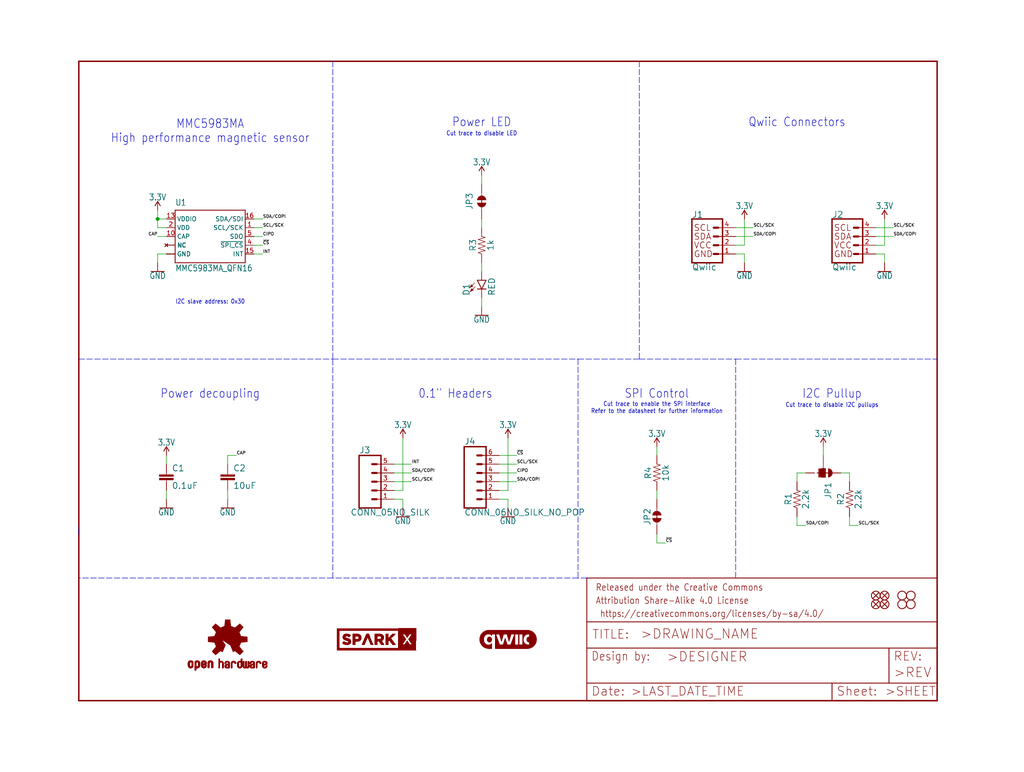
<source format=kicad_sch>
(kicad_sch (version 20211123) (generator eeschema)
  (paper "User" 297.002 223.926)
  (lib_symbols
    (symbol "eagleSchem-eagle-import:0.1UF-0603-25V-(+80{slash}-20%)"
      (property "Reference" "C" (at 1.524 2.921 0))
      (property "Value" "0.1UF-0603-25V-(+80{slash}-20%)" (at 1.524 -2.159 0))
      (symbol "0.1UF-0603-25V-(+80{slash}-20%)_1_0"
        (pin passive line (at 0 5.08 270) (length 2.54) (name "1") (number "1"))
        (pin passive line (at 0 -2.54 90) (length 2.54) (name "2") (number "2"))
      )
    )
    (symbol "eagleSchem-eagle-import:10KOHM-0603-1{slash}10W-1%"
      (property "Reference" "R" (at 0 1.524 0))
      (property "Value" "10KOHM-0603-1{slash}10W-1%" (at 0 -1.524 0))
      (symbol "10KOHM-0603-1{slash}10W-1%_1_0"
        (pin passive line (at -5.08 0 0) (length 2.54) (name "1") (number "1"))
        (pin passive line (at 5.08 0 180) (length 2.54) (name "2") (number "2"))
      )
    )
    (symbol "eagleSchem-eagle-import:10UF-0603-6.3V-20%"
      (property "Reference" "C" (at 1.524 2.921 0))
      (property "Value" "10UF-0603-6.3V-20%" (at 1.524 -2.159 0))
      (symbol "10UF-0603-6.3V-20%_1_0"
        (pin passive line (at 0 5.08 270) (length 2.54) (name "1") (number "1"))
        (pin passive line (at 0 -2.54 90) (length 2.54) (name "2") (number "2"))
      )
    )
    (symbol "eagleSchem-eagle-import:1KOHM-0603-1{slash}10W-1%"
      (property "Reference" "R" (at 0 1.524 0))
      (property "Value" "1KOHM-0603-1{slash}10W-1%" (at 0 -1.524 0))
      (symbol "1KOHM-0603-1{slash}10W-1%_1_0"
        (pin passive line (at -5.08 0 0) (length 2.54) (name "1") (number "1"))
        (pin passive line (at 5.08 0 180) (length 2.54) (name "2") (number "2"))
      )
    )
    (symbol "eagleSchem-eagle-import:2.2KOHM-0603-1{slash}10W-1%"
      (property "Reference" "R" (at 0 1.524 0))
      (property "Value" "2.2KOHM-0603-1{slash}10W-1%" (at 0 -1.524 0))
      (symbol "2.2KOHM-0603-1{slash}10W-1%_1_0"
        (pin passive line (at -5.08 0 0) (length 2.54) (name "1") (number "1"))
        (pin passive line (at 5.08 0 180) (length 2.54) (name "2") (number "2"))
      )
    )
    (symbol "eagleSchem-eagle-import:3.3V" (power)
      (property "Value" "3.3V" (at 0 2.794 0))
      (symbol "3.3V_1_0"
        (pin power_in line (at 0 0 90) (length 2.54) (name "3.3V") (number "1"))
      )
    )
    (symbol "eagleSchem-eagle-import:CONN_05NO_SILK"
      (property "Reference" "J" (at -2.54 8.128 0))
      (property "Value" "CONN_05NO_SILK" (at -2.54 -9.906 0))
      (symbol "CONN_05NO_SILK_1_0"
        (pin passive line (at 7.62 -5.08 180) (length 5.08) (name "1") (number "1"))
        (pin passive line (at 7.62 -2.54 180) (length 5.08) (name "2") (number "2"))
        (pin passive line (at 7.62 0 180) (length 5.08) (name "3") (number "3"))
        (pin passive line (at 7.62 2.54 180) (length 5.08) (name "4") (number "4"))
        (pin passive line (at 7.62 5.08 180) (length 5.08) (name "5") (number "5"))
      )
    )
    (symbol "eagleSchem-eagle-import:CONN_06NO_SILK_NO_POP"
      (property "Reference" "J" (at -5.08 10.668 0))
      (property "Value" "CONN_06NO_SILK_NO_POP" (at -5.08 -9.906 0))
      (symbol "CONN_06NO_SILK_NO_POP_1_0"
        (pin passive line (at 5.08 -5.08 180) (length 5.08) (name "1") (number "1"))
        (pin passive line (at 5.08 -2.54 180) (length 5.08) (name "2") (number "2"))
        (pin passive line (at 5.08 0 180) (length 5.08) (name "3") (number "3"))
        (pin passive line (at 5.08 2.54 180) (length 5.08) (name "4") (number "4"))
        (pin passive line (at 5.08 5.08 180) (length 5.08) (name "5") (number "5"))
        (pin passive line (at 5.08 7.62 180) (length 5.08) (name "6") (number "6"))
      )
    )
    (symbol "eagleSchem-eagle-import:FIDUCIAL1X2")
    (symbol "eagleSchem-eagle-import:FRAME-LETTERNO_PACKAGE"
      (symbol "FRAME-LETTERNO_PACKAGE_2_0"
        (text " https://creativecommons.org/licenses/by-sa/4.0/" (at 2.54 24.13 0) (effects (font (size 1.9304 1.6408)) (justify left bottom)))
        (text ">DESIGNER" (at 23.114 11.176 0) (effects (font (size 2.7432 2.7432)) (justify left bottom)))
        (text ">DRAWING_NAME" (at 15.494 17.78 0) (effects (font (size 2.7432 2.7432)) (justify left bottom)))
        (text ">LAST_DATE_TIME" (at 12.7 1.27 0) (effects (font (size 2.54 2.54)) (justify left bottom)))
        (text ">REV" (at 88.9 6.604 0) (effects (font (size 2.7432 2.7432)) (justify left bottom)))
        (text ">SHEET" (at 86.36 1.27 0) (effects (font (size 2.54 2.54)) (justify left bottom)))
        (text "Attribution Share-Alike 4.0 License" (at 2.54 27.94 0) (effects (font (size 1.9304 1.6408)) (justify left bottom)))
        (text "Date:" (at 1.27 1.27 0) (effects (font (size 2.54 2.54)) (justify left bottom)))
        (text "Design by:" (at 1.27 11.43 0) (effects (font (size 2.54 2.159)) (justify left bottom)))
        (text "Released under the Creative Commons" (at 2.54 31.75 0) (effects (font (size 1.9304 1.6408)) (justify left bottom)))
        (text "REV:" (at 88.9 11.43 0) (effects (font (size 2.54 2.54)) (justify left bottom)))
        (text "Sheet:" (at 72.39 1.27 0) (effects (font (size 2.54 2.54)) (justify left bottom)))
        (text "TITLE:" (at 1.524 17.78 0) (effects (font (size 2.54 2.54)) (justify left bottom)))
      )
    )
    (symbol "eagleSchem-eagle-import:GND" (power)
      (property "Value" "GND" (at 0 -0.254 0))
      (symbol "GND_1_0"
        (pin power_in line (at 0 2.54 270) (length 2.54) (name "GND") (number "1"))
      )
    )
    (symbol "eagleSchem-eagle-import:JUMPER-SMT_2_NC_TRACE_SILK"
      (property "Reference" "JP" (at 0 3.048 0))
      (property "Value" "JUMPER-SMT_2_NC_TRACE_SILK" (at 0 -3.048 0))
      (symbol "JUMPER-SMT_2_NC_TRACE_SILK_1_0"
        (pin passive line (at -5.08 0 0) (length 2.54) (name "1") (number "1"))
        (pin passive line (at 5.08 0 180) (length 2.54) (name "2") (number "2"))
      )
    )
    (symbol "eagleSchem-eagle-import:JUMPER-SMT_3_2-NC_TRACE_SILK"
      (property "Reference" "JP" (at 6.096 1.524 0))
      (property "Value" "JUMPER-SMT_3_2-NC_TRACE_SILK" (at 6.858 -1.524 0))
      (symbol "JUMPER-SMT_3_2-NC_TRACE_SILK_1_0"
        (pin passive line (at 0 5.08 270) (length 2.54) (name "1") (number "1"))
        (pin passive line (at -5.08 0 0) (length 2.54) (name "2") (number "2"))
        (pin passive line (at 0 -5.08 90) (length 2.54) (name "3") (number "3"))
      )
    )
    (symbol "eagleSchem-eagle-import:LED-RED0603"
      (property "Reference" "D" (at -3.429 -4.572 90))
      (property "Value" "LED-RED0603" (at 1.905 -4.572 90))
      (symbol "LED-RED0603_1_0"
        (pin passive line (at 0 2.54 270) (length 2.54) (name "A") (number "A"))
        (pin passive line (at 0 -5.08 90) (length 2.54) (name "C") (number "C"))
      )
    )
    (symbol "eagleSchem-eagle-import:MMC5983MA_QFN16"
      (property "Reference" "U" (at 0 16.51 0))
      (property "Value" "MMC5983MA_QFN16" (at 0 -2.54 0))
      (symbol "MMC5983MA_QFN16_1_0"
        (pin bidirectional line (at 22.86 10.16 180) (length 2.54) (name "SCL/SCK") (number "1"))
        (pin passive line (at -2.54 7.62 0) (length 2.54) (name "CAP") (number "10"))
        (pin power_in line (at -2.54 2.54 0) (length 2.54) (name "GND") (number "11"))
        (pin no_connect line (at -2.54 5.08 0) (length 2.54) (name "NC") (number "12"))
        (pin power_in line (at -2.54 12.7 0) (length 2.54) (name "VDDIO") (number "13"))
        (pin no_connect line (at -2.54 5.08 0) (length 2.54) (name "NC") (number "14"))
        (pin output line (at 22.86 2.54 180) (length 2.54) (name "INT") (number "15"))
        (pin bidirectional line (at 22.86 12.7 180) (length 2.54) (name "SDA/SDI") (number "16"))
        (pin power_in line (at -2.54 10.16 0) (length 2.54) (name "VDD") (number "2"))
        (pin no_connect line (at -2.54 5.08 0) (length 2.54) (name "NC") (number "3"))
        (pin input line (at 22.86 5.08 180) (length 2.54) (name "~{SPI_CS}") (number "4"))
        (pin output line (at 22.86 7.62 180) (length 2.54) (name "SDO") (number "5"))
        (pin no_connect line (at -2.54 5.08 0) (length 2.54) (name "NC") (number "6"))
        (pin no_connect line (at -2.54 5.08 0) (length 2.54) (name "NC") (number "7"))
        (pin no_connect line (at -2.54 5.08 0) (length 2.54) (name "NC") (number "8"))
        (pin power_in line (at -2.54 2.54 0) (length 2.54) (name "GND") (number "9"))
      )
    )
    (symbol "eagleSchem-eagle-import:OSHW-LOGOMINI")
    (symbol "eagleSchem-eagle-import:QWIIC_CONNECTORJS-1MM"
      (property "Reference" "J" (at -5.08 7.874 0))
      (property "Value" "QWIIC_CONNECTORJS-1MM" (at -5.08 -5.334 0))
      (symbol "QWIIC_CONNECTORJS-1MM_1_0"
        (text "GND" (at -4.572 -2.54 0) (effects (font (size 1.778 1.778)) (justify left)))
        (text "SCL" (at -4.572 5.08 0) (effects (font (size 1.778 1.778)) (justify left)))
        (text "SDA" (at -4.572 2.54 0) (effects (font (size 1.778 1.778)) (justify left)))
        (text "VCC" (at -4.572 0 0) (effects (font (size 1.778 1.778)) (justify left)))
        (pin power_in line (at 7.62 -2.54 180) (length 5.08) (name "1") (number "1"))
        (pin power_in line (at 7.62 0 180) (length 5.08) (name "2") (number "2"))
        (pin passive line (at 7.62 2.54 180) (length 5.08) (name "3") (number "3"))
        (pin passive line (at 7.62 5.08 180) (length 5.08) (name "4") (number "4"))
      )
    )
    (symbol "eagleSchem-eagle-import:QWIIC_LOGO_5MM")
    (symbol "eagleSchem-eagle-import:SPARKX-LOGO2")
    (symbol "eagleSchem-eagle-import:SPARKX-LOGO3")
    (symbol "eagleSchem-eagle-import:STAND-OFF")
  )
  (junction (at 45.72 63.5))
  (wire (pts (xy 116.84 144.78) (xy 116.84 147.32)))
  (polyline (pts (xy 167.64 104.14) (xy 185.42 104.14)))
  (wire (pts (xy 246.38 137.16) (xy 246.38 139.7)))
  (wire (pts (xy 45.72 66.04) (xy 45.72 63.5)))
  (wire (pts (xy 66.04 134.62) (xy 66.04 132.08)))
  (wire (pts (xy 213.36 66.04) (xy 218.44 66.04)))
  (wire (pts (xy 190.5 154.94) (xy 190.5 157.48)))
  (wire (pts (xy 66.04 142.24) (xy 66.04 144.78)))
  (wire (pts (xy 144.78 132.08) (xy 149.86 132.08)))
  (wire (pts (xy 114.3 142.24) (xy 116.84 142.24)))
  (wire (pts (xy 246.38 149.86) (xy 246.38 152.4)))
  (wire (pts (xy 114.3 144.78) (xy 116.84 144.78)))
  (polyline (pts (xy 167.64 104.14) (xy 167.64 167.64)))
  (wire (pts (xy 73.66 63.5) (xy 76.2 63.5)))
  (wire (pts (xy 254 73.66) (xy 256.54 73.66)))
  (wire (pts (xy 254 68.58) (xy 259.08 68.58)))
  (wire (pts (xy 231.14 149.86) (xy 231.14 152.4)))
  (wire (pts (xy 66.04 132.08) (xy 68.58 132.08)))
  (wire (pts (xy 144.78 134.62) (xy 149.86 134.62)))
  (wire (pts (xy 231.14 137.16) (xy 231.14 139.7)))
  (wire (pts (xy 48.26 68.58) (xy 45.72 68.58)))
  (polyline (pts (xy 96.52 167.64) (xy 96.52 104.14)))
  (polyline (pts (xy 96.52 17.78) (xy 96.52 104.14)))
  (wire (pts (xy 139.7 63.5) (xy 139.7 66.04)))
  (wire (pts (xy 144.78 144.78) (xy 147.32 144.78)))
  (polyline (pts (xy 213.36 104.14) (xy 213.36 167.64)))
  (polyline (pts (xy 22.86 104.14) (xy 96.52 104.14)))
  (wire (pts (xy 144.78 139.7) (xy 149.86 139.7)))
  (wire (pts (xy 139.7 86.36) (xy 139.7 88.9)))
  (wire (pts (xy 139.7 76.2) (xy 139.7 78.74)))
  (polyline (pts (xy 96.52 104.14) (xy 167.64 104.14)))
  (wire (pts (xy 45.72 73.66) (xy 48.26 73.66)))
  (wire (pts (xy 144.78 142.24) (xy 147.32 142.24)))
  (wire (pts (xy 73.66 66.04) (xy 76.2 66.04)))
  (wire (pts (xy 243.84 137.16) (xy 246.38 137.16)))
  (wire (pts (xy 116.84 142.24) (xy 116.84 127)))
  (wire (pts (xy 114.3 139.7) (xy 119.38 139.7)))
  (wire (pts (xy 215.9 73.66) (xy 215.9 76.2)))
  (polyline (pts (xy 96.52 167.64) (xy 22.86 167.64)))
  (wire (pts (xy 147.32 144.78) (xy 147.32 147.32)))
  (wire (pts (xy 256.54 71.12) (xy 256.54 63.5)))
  (wire (pts (xy 139.7 50.8) (xy 139.7 53.34)))
  (wire (pts (xy 254 71.12) (xy 256.54 71.12)))
  (wire (pts (xy 45.72 63.5) (xy 48.26 63.5)))
  (polyline (pts (xy 213.36 104.14) (xy 271.78 104.14)))
  (wire (pts (xy 238.76 129.54) (xy 238.76 132.08)))
  (polyline (pts (xy 185.42 104.14) (xy 213.36 104.14)))
  (wire (pts (xy 73.66 71.12) (xy 76.2 71.12)))
  (wire (pts (xy 215.9 71.12) (xy 215.9 63.5)))
  (wire (pts (xy 231.14 152.4) (xy 233.68 152.4)))
  (wire (pts (xy 213.36 68.58) (xy 218.44 68.58)))
  (wire (pts (xy 190.5 142.24) (xy 190.5 144.78)))
  (polyline (pts (xy 167.64 167.64) (xy 96.52 167.64)))
  (wire (pts (xy 213.36 71.12) (xy 215.9 71.12)))
  (polyline (pts (xy 22.86 154.94) (xy 22.86 152.4)))
  (wire (pts (xy 190.5 157.48) (xy 193.04 157.48)))
  (wire (pts (xy 256.54 73.66) (xy 256.54 76.2)))
  (wire (pts (xy 254 66.04) (xy 259.08 66.04)))
  (wire (pts (xy 144.78 137.16) (xy 149.86 137.16)))
  (wire (pts (xy 45.72 73.66) (xy 45.72 76.2)))
  (wire (pts (xy 190.5 129.54) (xy 190.5 132.08)))
  (wire (pts (xy 48.26 142.24) (xy 48.26 144.78)))
  (wire (pts (xy 213.36 73.66) (xy 215.9 73.66)))
  (wire (pts (xy 48.26 66.04) (xy 45.72 66.04)))
  (wire (pts (xy 147.32 142.24) (xy 147.32 127)))
  (wire (pts (xy 114.3 137.16) (xy 119.38 137.16)))
  (polyline (pts (xy 185.42 17.78) (xy 185.42 104.14)))
  (wire (pts (xy 73.66 73.66) (xy 76.2 73.66)))
  (wire (pts (xy 233.68 137.16) (xy 231.14 137.16)))
  (polyline (pts (xy 170.18 167.64) (xy 167.64 167.64)))
  (wire (pts (xy 45.72 60.96) (xy 45.72 63.5)))
  (wire (pts (xy 48.26 134.62) (xy 48.26 132.08)))
  (wire (pts (xy 73.66 68.58) (xy 76.2 68.58)))
  (wire (pts (xy 246.38 152.4) (xy 248.92 152.4)))
  (wire (pts (xy 114.3 134.62) (xy 119.38 134.62)))
  (text "Power LED" (at 139.7 35.56 180) (effects (font (size 2.54 2.159))))
  (text "Cut trace to disable LED" (at 139.7 38.1 180) (effects (font (size 1.27 1.0795)) (justify top)))
  (text "I2C slave address: 0x30" (at 60.96 87.63 180) (effects (font (size 1.27 1.0795))))
  (text "Qwiic Connectors" (at 231.14 35.56 180) (effects (font (size 2.54 2.159))))
  (text "I2C Pullup" (at 241.3 114.3 180) (effects (font (size 2.54 2.159))))
  (text "Power decoupling" (at 60.96 114.3 180) (effects (font (size 2.54 2.159))))
  (text "MMC5983MA\nHigh performance magnetic sensor" (at 60.96 38.1 180) (effects (font (size 2.54 2.159))))
  (text "SPI Control" (at 190.5 114.3 180) (effects (font (size 2.54 2.159))))
  (text "Cut trace to disable I2C pullups" (at 241.3 116.84 180) (effects (font (size 1.27 1.0795)) (justify top)))
  (text "0.1\" Headers" (at 132.08 114.3 180) (effects (font (size 2.54 2.159))))
  (text "Cut trace to enable the SPI interface\nRefer to the datasheet for further information" (at 190.5 116.586 180) (effects (font (size 1.27 1.0795)) (justify top)))
  (label "~{CS}" (at 149.86 132.08 0) (effects (font (size 0.889 0.889))))
  (label "SCL/SCK" (at 119.38 139.7 0) (effects (font (size 0.889 0.889))))
  (label "~{CS}" (at 193.04 157.48 0) (effects (font (size 0.889 0.889))))
  (label "SDA/COPI" (at 218.44 68.58 0) (effects (font (size 0.889 0.889))))
  (label "SCL/SCK" (at 259.08 66.04 0) (effects (font (size 0.889 0.889))))
  (label "~{CS}" (at 76.2 71.12 0) (effects (font (size 0.889 0.889))))
  (label "SDA/COPI" (at 233.68 152.4 0) (effects (font (size 0.889 0.889))))
  (label "CIPO" (at 76.2 68.58 0) (effects (font (size 0.889 0.889))))
  (label "SDA/COPI" (at 149.86 139.7 0) (effects (font (size 0.889 0.889))))
  (label "INT" (at 119.38 134.62 0) (effects (font (size 0.889 0.889))))
  (label "INT" (at 76.2 73.66 0) (effects (font (size 0.889 0.889))))
  (label "SCL/SCK" (at 218.44 66.04 0) (effects (font (size 0.889 0.889))))
  (label "SCL/SCK" (at 149.86 134.62 0) (effects (font (size 0.889 0.889))))
  (label "SCL/SCK" (at 248.92 152.4 0) (effects (font (size 0.889 0.889))))
  (label "SDA/COPI" (at 76.2 63.5 0) (effects (font (size 0.889 0.889))))
  (label "CAP" (at 45.72 68.58 180) (effects (font (size 0.889 0.889))))
  (label "CIPO" (at 149.86 137.16 0) (effects (font (size 0.889 0.889))))
  (label "SCL/SCK" (at 76.2 66.04 0) (effects (font (size 0.889 0.889))))
  (label "SDA/COPI" (at 119.38 137.16 0) (effects (font (size 0.889 0.889))))
  (label "SDA/COPI" (at 259.08 68.58 0) (effects (font (size 0.889 0.889))))
  (label "CAP" (at 68.58 132.08 0) (effects (font (size 0.889 0.889))))
  (symbol (lib_id "eagleSchem-eagle-import:2.2KOHM-0603-1{slash}10W-1%") (at 231.14 144.78 90) (unit 1)
    (property "Reference" "R1" (at 229.616 144.78 0) (effects (font (size 1.778 1.778)) (justify bottom)))
    (property "Value" "2.2k" (at 232.664 144.78 0) (effects (font (size 1.778 1.778)) (justify top)))
    (property "Footprint" "eagleSchem:0603" (effects hide))
  )
  (symbol (lib_id "eagleSchem-eagle-import:CONN_06NO_SILK_NO_POP") (at 139.7 139.7 0) (unit 1)
    (property "Reference" "J4" (at 134.62 129.032 0) (effects (font (size 1.778 1.778)) (justify left bottom)))
    (property "Value" "CONN_06NO_SILK_NO_POP" (at 134.62 149.606 0) (effects (font (size 1.778 1.778)) (justify left bottom)))
    (property "Footprint" "eagleSchem:1X06_NO_SILK" (effects hide))
  )
  (symbol (lib_id "eagleSchem-eagle-import:GND") (at 66.04 147.32 0) (unit 1)
    (property "Reference" "#GND4" (effects hide))
    (property "Value" "GND" (at 66.04 147.574 0) (effects (font (size 1.778 1.5113)) (justify top)))
    (property "Footprint" "eagleSchem:" (effects hide))
  )
  (symbol (lib_id "eagleSchem-eagle-import:3.3V") (at 147.32 127 0) (unit 1)
    (property "Reference" "#SUPPLY9" (effects hide))
    (property "Value" "3.3V" (at 147.32 124.206 0) (effects (font (size 1.778 1.5113)) (justify bottom)))
    (property "Footprint" "eagleSchem:" (effects hide))
  )
  (symbol (lib_id "eagleSchem-eagle-import:GND") (at 116.84 149.86 0) (unit 1)
    (property "Reference" "#GND6" (effects hide))
    (property "Value" "GND" (at 116.84 150.114 0) (effects (font (size 1.778 1.5113)) (justify top)))
    (property "Footprint" "eagleSchem:" (effects hide))
  )
  (symbol (lib_id "eagleSchem-eagle-import:3.3V") (at 215.9 63.5 0) (unit 1)
    (property "Reference" "#SUPPLY4" (effects hide))
    (property "Value" "3.3V" (at 215.9 60.706 0) (effects (font (size 1.778 1.5113)) (justify bottom)))
    (property "Footprint" "eagleSchem:" (effects hide))
  )
  (symbol (lib_id "eagleSchem-eagle-import:LED-RED0603") (at 139.7 81.28 0) (unit 1)
    (property "Reference" "D1" (at 136.271 85.852 90) (effects (font (size 1.778 1.778)) (justify left bottom)))
    (property "Value" "RED" (at 141.605 85.852 90) (effects (font (size 1.778 1.778)) (justify left top)))
    (property "Footprint" "eagleSchem:LED-0603" (effects hide))
  )
  (symbol (lib_id "eagleSchem-eagle-import:1KOHM-0603-1{slash}10W-1%") (at 139.7 71.12 90) (unit 1)
    (property "Reference" "R3" (at 138.176 71.12 0) (effects (font (size 1.778 1.778)) (justify bottom)))
    (property "Value" "1k" (at 141.224 71.12 0) (effects (font (size 1.778 1.778)) (justify top)))
    (property "Footprint" "eagleSchem:0603" (effects hide))
  )
  (symbol (lib_id "eagleSchem-eagle-import:QWIIC_CONNECTORJS-1MM") (at 246.38 71.12 0) (unit 1)
    (property "Reference" "J2" (at 241.3 63.246 0) (effects (font (size 1.778 1.778)) (justify left bottom)))
    (property "Value" "Qwiic" (at 241.3 76.454 0) (effects (font (size 1.778 1.778)) (justify left top)))
    (property "Footprint" "eagleSchem:JST04_1MM_RA" (effects hide))
  )
  (symbol (lib_id "eagleSchem-eagle-import:OSHW-LOGOMINI") (at 66.04 185.42 0) (unit 1)
    (property "Reference" "LOGO1" (effects hide))
    (property "Value" "OSHW-LOGOMINI" (effects hide))
    (property "Footprint" "eagleSchem:OSHW-LOGO-MINI" (effects hide))
  )
  (symbol (lib_id "eagleSchem-eagle-import:JUMPER-SMT_2_NC_TRACE_SILK") (at 190.5 149.86 90) (unit 1)
    (property "Reference" "JP2" (at 187.706 149.86 0) (effects (font (size 1.778 1.778))))
    (property "Value" "JUMPER-SMT_2_NC_TRACE_SILK" (effects hide))
    (property "Footprint" "eagleSchem:SMT-JUMPER_2_NC_TRACE_SILK" (effects hide))
  )
  (symbol (lib_id "eagleSchem-eagle-import:QWIIC_LOGO_5MM") (at 147.32 185.42 0) (unit 1)
    (property "Reference" "LOGO2" (effects hide))
    (property "Value" "QWIIC_LOGO_5MM" (effects hide))
    (property "Footprint" "eagleSchem:QWIIC_5MM" (effects hide))
  )
  (symbol (lib_id "eagleSchem-eagle-import:STAND-OFF") (at 264.16 175.26 0) (unit 1)
    (property "Reference" "H2" (effects hide))
    (property "Value" "STAND-OFF" (effects hide))
    (property "Footprint" "eagleSchem:STAND-OFF" (effects hide))
  )
  (symbol (lib_id "eagleSchem-eagle-import:3.3V") (at 139.7 50.8 0) (unit 1)
    (property "Reference" "#SUPPLY7" (effects hide))
    (property "Value" "3.3V" (at 139.7 48.006 0) (effects (font (size 1.778 1.5113)) (justify bottom)))
    (property "Footprint" "eagleSchem:" (effects hide))
  )
  (symbol (lib_id "eagleSchem-eagle-import:10UF-0603-6.3V-20%") (at 66.04 139.7 0) (unit 1)
    (property "Reference" "C2" (at 67.564 136.779 0) (effects (font (size 1.778 1.778)) (justify left bottom)))
    (property "Value" "10uF" (at 67.564 141.859 0) (effects (font (size 1.778 1.778)) (justify left bottom)))
    (property "Footprint" "eagleSchem:0603" (effects hide))
  )
  (symbol (lib_id "eagleSchem-eagle-import:MMC5983MA_QFN16") (at 50.8 76.2 0) (unit 1)
    (property "Reference" "U1" (at 50.8 59.69 0) (effects (font (size 1.778 1.5113)) (justify left bottom)))
    (property "Value" "MMC5983MA_QFN16" (at 50.8 78.74 0) (effects (font (size 1.778 1.5113)) (justify left bottom)))
    (property "Footprint" "eagleSchem:LGA-16-3X3MM-4X4PINS" (effects hide))
  )
  (symbol (lib_id "eagleSchem-eagle-import:JUMPER-SMT_3_2-NC_TRACE_SILK") (at 238.76 137.16 270) (unit 1)
    (property "Reference" "JP1" (at 239.141 139.7 0) (effects (font (size 1.778 1.778)) (justify left bottom)))
    (property "Value" "JUMPER-SMT_3_2-NC_TRACE_SILK" (effects hide))
    (property "Footprint" "eagleSchem:SMT-JUMPER_3_2-NC_TRACE_SILK" (effects hide))
  )
  (symbol (lib_id "eagleSchem-eagle-import:STAND-OFF") (at 264.16 172.72 0) (unit 1)
    (property "Reference" "H4" (effects hide))
    (property "Value" "STAND-OFF" (effects hide))
    (property "Footprint" "eagleSchem:STAND-OFF" (effects hide))
  )
  (symbol (lib_id "eagleSchem-eagle-import:FIDUCIAL1X2") (at 256.54 175.26 0) (unit 1)
    (property "Reference" "FD2" (effects hide))
    (property "Value" "FIDUCIAL1X2" (effects hide))
    (property "Footprint" "eagleSchem:FIDUCIAL-1X2" (effects hide))
  )
  (symbol (lib_id "eagleSchem-eagle-import:SPARKX-LOGO2") (at 109.22 185.42 0) (unit 1)
    (property "Reference" "U$36" (effects hide))
    (property "Value" "SPARKX-LOGO2" (effects hide))
    (property "Footprint" "eagleSchem:SPARKX-TINY" (effects hide))
  )
  (symbol (lib_id "eagleSchem-eagle-import:3.3V") (at 256.54 63.5 0) (unit 1)
    (property "Reference" "#SUPPLY5" (effects hide))
    (property "Value" "3.3V" (at 256.54 60.706 0) (effects (font (size 1.778 1.5113)) (justify bottom)))
    (property "Footprint" "eagleSchem:" (effects hide))
  )
  (symbol (lib_id "eagleSchem-eagle-import:FIDUCIAL1X2") (at 254 175.26 0) (unit 1)
    (property "Reference" "FD1" (effects hide))
    (property "Value" "FIDUCIAL1X2" (effects hide))
    (property "Footprint" "eagleSchem:FIDUCIAL-1X2" (effects hide))
  )
  (symbol (lib_id "eagleSchem-eagle-import:GND") (at 139.7 91.44 0) (unit 1)
    (property "Reference" "#GND5" (effects hide))
    (property "Value" "GND" (at 139.7 91.694 0) (effects (font (size 1.778 1.5113)) (justify top)))
    (property "Footprint" "eagleSchem:" (effects hide))
  )
  (symbol (lib_id "eagleSchem-eagle-import:STAND-OFF") (at 261.62 172.72 0) (unit 1)
    (property "Reference" "H3" (effects hide))
    (property "Value" "STAND-OFF" (effects hide))
    (property "Footprint" "eagleSchem:STAND-OFF" (effects hide))
  )
  (symbol (lib_id "eagleSchem-eagle-import:3.3V") (at 116.84 127 0) (unit 1)
    (property "Reference" "#SUPPLY8" (effects hide))
    (property "Value" "3.3V" (at 116.84 124.206 0) (effects (font (size 1.778 1.5113)) (justify bottom)))
    (property "Footprint" "eagleSchem:" (effects hide))
  )
  (symbol (lib_id "eagleSchem-eagle-import:3.3V") (at 238.76 129.54 0) (unit 1)
    (property "Reference" "#SUPPLY6" (effects hide))
    (property "Value" "3.3V" (at 238.76 126.746 0) (effects (font (size 1.778 1.5113)) (justify bottom)))
    (property "Footprint" "eagleSchem:" (effects hide))
  )
  (symbol (lib_id "eagleSchem-eagle-import:3.3V") (at 190.5 129.54 0) (unit 1)
    (property "Reference" "#SUPPLY3" (effects hide))
    (property "Value" "3.3V" (at 190.5 126.746 0) (effects (font (size 1.778 1.5113)) (justify bottom)))
    (property "Footprint" "eagleSchem:" (effects hide))
  )
  (symbol (lib_id "eagleSchem-eagle-import:GND") (at 147.32 149.86 0) (unit 1)
    (property "Reference" "#GND8" (effects hide))
    (property "Value" "GND" (at 147.32 150.114 0) (effects (font (size 1.778 1.5113)) (justify top)))
    (property "Footprint" "eagleSchem:" (effects hide))
  )
  (symbol (lib_id "eagleSchem-eagle-import:3.3V") (at 48.26 132.08 0) (unit 1)
    (property "Reference" "#SUPPLY1" (effects hide))
    (property "Value" "3.3V" (at 48.26 129.286 0) (effects (font (size 1.778 1.5113)) (justify bottom)))
    (property "Footprint" "eagleSchem:" (effects hide))
  )
  (symbol (lib_id "eagleSchem-eagle-import:SPARKX-LOGO3") (at 109.22 185.42 0) (unit 1)
    (property "Reference" "U$37" (effects hide))
    (property "Value" "SPARKX-LOGO3" (effects hide))
    (property "Footprint" "eagleSchem:SPARKX-SMALL" (effects hide))
  )
  (symbol (lib_id "eagleSchem-eagle-import:QWIIC_CONNECTORJS-1MM") (at 205.74 71.12 0) (unit 1)
    (property "Reference" "J1" (at 200.66 63.246 0) (effects (font (size 1.778 1.778)) (justify left bottom)))
    (property "Value" "Qwiic" (at 200.66 76.454 0) (effects (font (size 1.778 1.778)) (justify left top)))
    (property "Footprint" "eagleSchem:JST04_1MM_RA" (effects hide))
  )
  (symbol (lib_id "eagleSchem-eagle-import:FIDUCIAL1X2") (at 254 172.72 0) (unit 1)
    (property "Reference" "FD3" (effects hide))
    (property "Value" "FIDUCIAL1X2" (effects hide))
    (property "Footprint" "eagleSchem:FIDUCIAL-1X2" (effects hide))
  )
  (symbol (lib_id "eagleSchem-eagle-import:GND") (at 215.9 78.74 0) (unit 1)
    (property "Reference" "#GND2" (effects hide))
    (property "Value" "GND" (at 215.9 78.994 0) (effects (font (size 1.778 1.5113)) (justify top)))
    (property "Footprint" "eagleSchem:" (effects hide))
  )
  (symbol (lib_id "eagleSchem-eagle-import:2.2KOHM-0603-1{slash}10W-1%") (at 246.38 144.78 90) (unit 1)
    (property "Reference" "R2" (at 244.856 144.78 0) (effects (font (size 1.778 1.778)) (justify bottom)))
    (property "Value" "2.2k" (at 247.904 144.78 0) (effects (font (size 1.778 1.778)) (justify top)))
    (property "Footprint" "eagleSchem:0603" (effects hide))
  )
  (symbol (lib_id "eagleSchem-eagle-import:FRAME-LETTERNO_PACKAGE") (at 22.86 203.2 0) (unit 1)
    (property "Reference" "FRAME1" (effects hide))
    (property "Value" "FRAME-LETTERNO_PACKAGE" (effects hide))
    (property "Footprint" "eagleSchem:DUMMY" (effects hide))
    (property "Value" "FRAME-LETTERNO_PACKAGE" (effects hide))
  )
  (symbol (lib_id "eagleSchem-eagle-import:GND") (at 45.72 78.74 0) (unit 1)
    (property "Reference" "#GND7" (effects hide))
    (property "Value" "GND" (at 45.72 78.994 0) (effects (font (size 1.778 1.5113)) (justify top)))
    (property "Footprint" "eagleSchem:" (effects hide))
  )
  (symbol (lib_id "eagleSchem-eagle-import:GND") (at 256.54 78.74 0) (unit 1)
    (property "Reference" "#GND3" (effects hide))
    (property "Value" "GND" (at 256.54 78.994 0) (effects (font (size 1.778 1.5113)) (justify top)))
    (property "Footprint" "eagleSchem:" (effects hide))
  )
  (symbol (lib_id "eagleSchem-eagle-import:FRAME-LETTERNO_PACKAGE") (at 170.18 203.2 0) (unit 2)
    (property "Reference" "FRAME1" (effects hide))
    (property "Value" "FRAME-LETTERNO_PACKAGE" (effects hide))
    (property "Footprint" "eagleSchem:DUMMY" (effects hide))
    (property "Value" "FRAME-LETTERNO_PACKAGE" (effects hide))
  )
  (symbol (lib_id "eagleSchem-eagle-import:10KOHM-0603-1{slash}10W-1%") (at 190.5 137.16 90) (unit 1)
    (property "Reference" "R4" (at 188.976 137.16 0) (effects (font (size 1.778 1.778)) (justify bottom)))
    (property "Value" "10k" (at 192.024 137.16 0) (effects (font (size 1.778 1.778)) (justify top)))
    (property "Footprint" "eagleSchem:0603" (effects hide))
  )
  (symbol (lib_id "eagleSchem-eagle-import:3.3V") (at 45.72 60.96 0) (unit 1)
    (property "Reference" "#SUPPLY2" (effects hide))
    (property "Value" "3.3V" (at 45.72 58.166 0) (effects (font (size 1.778 1.5113)) (justify bottom)))
    (property "Footprint" "eagleSchem:" (effects hide))
  )
  (symbol (lib_id "eagleSchem-eagle-import:STAND-OFF") (at 261.62 175.26 0) (unit 1)
    (property "Reference" "H1" (effects hide))
    (property "Value" "STAND-OFF" (effects hide))
    (property "Footprint" "eagleSchem:STAND-OFF" (effects hide))
  )
  (symbol (lib_id "eagleSchem-eagle-import:0.1UF-0603-25V-(+80{slash}-20%)") (at 48.26 139.7 0) (unit 1)
    (property "Reference" "C1" (at 49.784 136.779 0) (effects (font (size 1.778 1.778)) (justify left bottom)))
    (property "Value" "0.1uF" (at 49.784 141.859 0) (effects (font (size 1.778 1.778)) (justify left bottom)))
    (property "Footprint" "eagleSchem:0603" (effects hide))
  )
  (symbol (lib_id "eagleSchem-eagle-import:GND") (at 48.26 147.32 0) (unit 1)
    (property "Reference" "#GND1" (effects hide))
    (property "Value" "GND" (at 48.26 147.574 0) (effects (font (size 1.778 1.5113)) (justify top)))
    (property "Footprint" "eagleSchem:" (effects hide))
  )
  (symbol (lib_id "eagleSchem-eagle-import:CONN_05NO_SILK") (at 106.68 139.7 0) (unit 1)
    (property "Reference" "J3" (at 104.14 131.572 0) (effects (font (size 1.778 1.778)) (justify left bottom)))
    (property "Value" "CONN_05NO_SILK" (at 101.6 149.606 0) (effects (font (size 1.778 1.778)) (justify left bottom)))
    (property "Footprint" "eagleSchem:1X05_NO_SILK" (effects hide))
  )
  (symbol (lib_id "eagleSchem-eagle-import:JUMPER-SMT_2_NC_TRACE_SILK") (at 139.7 58.42 90) (unit 1)
    (property "Reference" "JP3" (at 137.16 60.96 0) (effects (font (size 1.778 1.778)) (justify left bottom)))
    (property "Value" "JUMPER-SMT_2_NC_TRACE_SILK" (effects hide))
    (property "Footprint" "eagleSchem:SMT-JUMPER_2_NC_TRACE_SILK" (effects hide))
  )
  (symbol (lib_id "eagleSchem-eagle-import:FIDUCIAL1X2") (at 256.54 172.72 0) (unit 1)
    (property "Reference" "FD4" (effects hide))
    (property "Value" "FIDUCIAL1X2" (effects hide))
    (property "Footprint" "eagleSchem:FIDUCIAL-1X2" (effects hide))
  )
)
</source>
